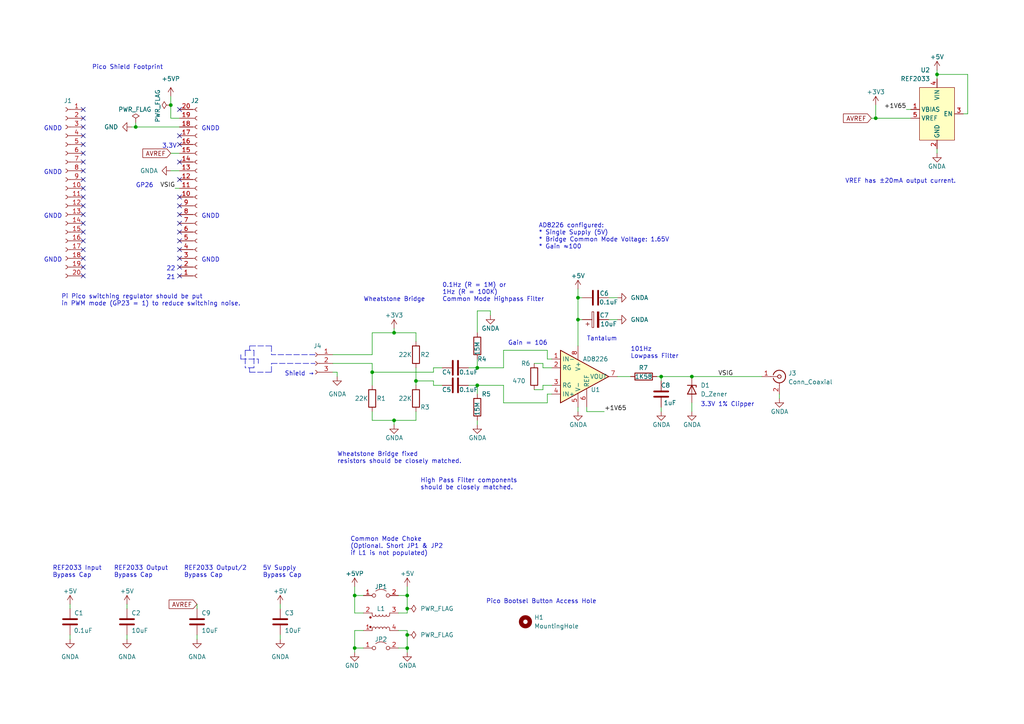
<source format=kicad_sch>
(kicad_sch (version 20211123) (generator eeschema)
  (paper "A4")
  (lib_symbols
    (symbol "Connector:Conn_01x03_Female" (pin_names (offset 1.016) hide)
      (property "Reference" "J" (at 0 5.08 0))
      (property "Value" "Conn_01x03_Female" (at 0 -5.08 0))
      (symbol "Conn_01x03_Female_1_1"
        (arc (start 0 -2.032) (mid -0.508 -2.54) (end 0 -3.048) (stroke (width 0.1524)))
        (polyline (pts (xy -1.27 -2.54) (xy -0.508 -2.54)) (stroke (width 0.1524)))
        (polyline (pts (xy -1.27 0) (xy -0.508 0)) (stroke (width 0.1524)))
        (polyline (pts (xy -1.27 2.54) (xy -0.508 2.54)) (stroke (width 0.1524)))
        (arc (start 0 0.508) (mid -0.508 0) (end 0 -0.508) (stroke (width 0.1524)))
        (arc (start 0 3.048) (mid -0.508 2.54) (end 0 2.032) (stroke (width 0.1524)))
        (pin passive line (at -5.08 2.54 0) (length 3.81) (name "Pin_1") (number "1"))
        (pin passive line (at -5.08 0 0) (length 3.81) (name "Pin_2") (number "2"))
        (pin passive line (at -5.08 -2.54 0) (length 3.81) (name "Pin_3") (number "3"))
      )
    )
    (symbol "Connector:Conn_01x20_Female" (pin_names (offset 1.016) hide)
      (property "Reference" "J" (at 0 25.4 0))
      (property "Value" "Conn_01x20_Female" (at 0 -27.94 0))
      (symbol "Conn_01x20_Female_1_1"
        (arc (start 0 -24.892) (mid -0.508 -25.4) (end 0 -25.908) (stroke (width 0.1524)))
        (arc (start 0 -22.352) (mid -0.508 -22.86) (end 0 -23.368) (stroke (width 0.1524)))
        (arc (start 0 -19.812) (mid -0.508 -20.32) (end 0 -20.828) (stroke (width 0.1524)))
        (arc (start 0 -17.272) (mid -0.508 -17.78) (end 0 -18.288) (stroke (width 0.1524)))
        (arc (start 0 -14.732) (mid -0.508 -15.24) (end 0 -15.748) (stroke (width 0.1524)))
        (arc (start 0 -12.192) (mid -0.508 -12.7) (end 0 -13.208) (stroke (width 0.1524)))
        (arc (start 0 -9.652) (mid -0.508 -10.16) (end 0 -10.668) (stroke (width 0.1524)))
        (arc (start 0 -7.112) (mid -0.508 -7.62) (end 0 -8.128) (stroke (width 0.1524)))
        (arc (start 0 -4.572) (mid -0.508 -5.08) (end 0 -5.588) (stroke (width 0.1524)))
        (arc (start 0 -2.032) (mid -0.508 -2.54) (end 0 -3.048) (stroke (width 0.1524)))
        (polyline (pts (xy -1.27 -25.4) (xy -0.508 -25.4)) (stroke (width 0.1524)))
        (polyline (pts (xy -1.27 -22.86) (xy -0.508 -22.86)) (stroke (width 0.1524)))
        (polyline (pts (xy -1.27 -20.32) (xy -0.508 -20.32)) (stroke (width 0.1524)))
        (polyline (pts (xy -1.27 -17.78) (xy -0.508 -17.78)) (stroke (width 0.1524)))
        (polyline (pts (xy -1.27 -15.24) (xy -0.508 -15.24)) (stroke (width 0.1524)))
        (polyline (pts (xy -1.27 -12.7) (xy -0.508 -12.7)) (stroke (width 0.1524)))
        (polyline (pts (xy -1.27 -10.16) (xy -0.508 -10.16)) (stroke (width 0.1524)))
        (polyline (pts (xy -1.27 -7.62) (xy -0.508 -7.62)) (stroke (width 0.1524)))
        (polyline (pts (xy -1.27 -5.08) (xy -0.508 -5.08)) (stroke (width 0.1524)))
        (polyline (pts (xy -1.27 -2.54) (xy -0.508 -2.54)) (stroke (width 0.1524)))
        (polyline (pts (xy -1.27 0) (xy -0.508 0)) (stroke (width 0.1524)))
        (polyline (pts (xy -1.27 2.54) (xy -0.508 2.54)) (stroke (width 0.1524)))
        (polyline (pts (xy -1.27 5.08) (xy -0.508 5.08)) (stroke (width 0.1524)))
        (polyline (pts (xy -1.27 7.62) (xy -0.508 7.62)) (stroke (width 0.1524)))
        (polyline (pts (xy -1.27 10.16) (xy -0.508 10.16)) (stroke (width 0.1524)))
        (polyline (pts (xy -1.27 12.7) (xy -0.508 12.7)) (stroke (width 0.1524)))
        (polyline (pts (xy -1.27 15.24) (xy -0.508 15.24)) (stroke (width 0.1524)))
        (polyline (pts (xy -1.27 17.78) (xy -0.508 17.78)) (stroke (width 0.1524)))
        (polyline (pts (xy -1.27 20.32) (xy -0.508 20.32)) (stroke (width 0.1524)))
        (polyline (pts (xy -1.27 22.86) (xy -0.508 22.86)) (stroke (width 0.1524)))
        (arc (start 0 0.508) (mid -0.508 0) (end 0 -0.508) (stroke (width 0.1524)))
        (arc (start 0 3.048) (mid -0.508 2.54) (end 0 2.032) (stroke (width 0.1524)))
        (arc (start 0 5.588) (mid -0.508 5.08) (end 0 4.572) (stroke (width 0.1524)))
        (arc (start 0 8.128) (mid -0.508 7.62) (end 0 7.112) (stroke (width 0.1524)))
        (arc (start 0 10.668) (mid -0.508 10.16) (end 0 9.652) (stroke (width 0.1524)))
        (arc (start 0 13.208) (mid -0.508 12.7) (end 0 12.192) (stroke (width 0.1524)))
        (arc (start 0 15.748) (mid -0.508 15.24) (end 0 14.732) (stroke (width 0.1524)))
        (arc (start 0 18.288) (mid -0.508 17.78) (end 0 17.272) (stroke (width 0.1524)))
        (arc (start 0 20.828) (mid -0.508 20.32) (end 0 19.812) (stroke (width 0.1524)))
        (arc (start 0 23.368) (mid -0.508 22.86) (end 0 22.352) (stroke (width 0.1524)))
        (pin passive line (at -5.08 22.86 0) (length 3.81) (name "Pin_1") (number "1"))
        (pin passive line (at -5.08 0 0) (length 3.81) (name "Pin_10") (number "10"))
        (pin passive line (at -5.08 -2.54 0) (length 3.81) (name "Pin_11") (number "11"))
        (pin passive line (at -5.08 -5.08 0) (length 3.81) (name "Pin_12") (number "12"))
        (pin passive line (at -5.08 -7.62 0) (length 3.81) (name "Pin_13") (number "13"))
        (pin passive line (at -5.08 -10.16 0) (length 3.81) (name "Pin_14") (number "14"))
        (pin passive line (at -5.08 -12.7 0) (length 3.81) (name "Pin_15") (number "15"))
        (pin passive line (at -5.08 -15.24 0) (length 3.81) (name "Pin_16") (number "16"))
        (pin passive line (at -5.08 -17.78 0) (length 3.81) (name "Pin_17") (number "17"))
        (pin passive line (at -5.08 -20.32 0) (length 3.81) (name "Pin_18") (number "18"))
        (pin passive line (at -5.08 -22.86 0) (length 3.81) (name "Pin_19") (number "19"))
        (pin passive line (at -5.08 20.32 0) (length 3.81) (name "Pin_2") (number "2"))
        (pin passive line (at -5.08 -25.4 0) (length 3.81) (name "Pin_20") (number "20"))
        (pin passive line (at -5.08 17.78 0) (length 3.81) (name "Pin_3") (number "3"))
        (pin passive line (at -5.08 15.24 0) (length 3.81) (name "Pin_4") (number "4"))
        (pin passive line (at -5.08 12.7 0) (length 3.81) (name "Pin_5") (number "5"))
        (pin passive line (at -5.08 10.16 0) (length 3.81) (name "Pin_6") (number "6"))
        (pin passive line (at -5.08 7.62 0) (length 3.81) (name "Pin_7") (number "7"))
        (pin passive line (at -5.08 5.08 0) (length 3.81) (name "Pin_8") (number "8"))
        (pin passive line (at -5.08 2.54 0) (length 3.81) (name "Pin_9") (number "9"))
      )
    )
    (symbol "Connector:Conn_Coaxial" (pin_names (offset 1.016) hide)
      (property "Reference" "J" (at 0.254 3.048 0))
      (property "Value" "Conn_Coaxial" (at 2.921 0 90))
      (symbol "Conn_Coaxial_0_1"
        (arc (start -1.778 -0.508) (mid 0.2311 -1.8066) (end 1.778 0) (stroke (width 0.254)))
        (polyline (pts (xy -2.54 0) (xy -0.508 0)))
        (polyline (pts (xy 0 -2.54) (xy 0 -1.778)))
        (circle (center 0 0) (radius 0.508) (stroke (width 0.2032)))
        (arc (start 1.778 0) (mid 0.2099 1.8101) (end -1.778 0.508) (stroke (width 0.254)))
      )
      (symbol "Conn_Coaxial_1_1"
        (pin passive line (at -5.08 0 0) (length 2.54) (name "In") (number "1"))
        (pin passive line (at 0 -5.08 90) (length 2.54) (name "Ext") (number "2"))
      )
    )
    (symbol "Device:C" (pin_numbers hide) (pin_names (offset 0.254))
      (property "Reference" "C" (at 0.635 2.54 0))
      (property "Value" "C" (at 0.635 -2.54 0))
      (symbol "C_0_1"
        (polyline (pts (xy -2.032 -0.762) (xy 2.032 -0.762)) (stroke (width 0.508)))
        (polyline (pts (xy -2.032 0.762) (xy 2.032 0.762)) (stroke (width 0.508)))
      )
      (symbol "C_1_1"
        (pin passive line (at 0 3.81 270) (length 2.794) (name "~") (number "1"))
        (pin passive line (at 0 -3.81 90) (length 2.794) (name "~") (number "2"))
      )
    )
    (symbol "Device:C_Polarized" (pin_numbers hide) (pin_names (offset 0.254))
      (property "Reference" "C" (at 0.635 2.54 0))
      (property "Value" "C_Polarized" (at 0.635 -2.54 0))
      (symbol "C_Polarized_0_1"
        (rectangle (start -2.286 0.508) (end 2.286 1.016))
        (polyline (pts (xy -1.778 2.286) (xy -0.762 2.286)))
        (polyline (pts (xy -1.27 2.794) (xy -1.27 1.778)))
        (rectangle (start 2.286 -0.508) (end -2.286 -1.016) (fill (type outline)))
      )
      (symbol "C_Polarized_1_1"
        (pin passive line (at 0 3.81 270) (length 2.794) (name "~") (number "1"))
        (pin passive line (at 0 -3.81 90) (length 2.794) (name "~") (number "2"))
      )
    )
    (symbol "Device:D_Zener" (pin_numbers hide) (pin_names (offset 1.016) hide)
      (property "Reference" "D" (at 0 2.54 0))
      (property "Value" "D_Zener" (at 0 -2.54 0))
      (symbol "D_Zener_0_1"
        (polyline (pts (xy 1.27 0) (xy -1.27 0)))
        (polyline (pts (xy -1.27 -1.27) (xy -1.27 1.27) (xy -0.762 1.27)) (stroke (width 0.254)))
        (polyline (pts (xy 1.27 -1.27) (xy 1.27 1.27) (xy -1.27 0) (xy 1.27 -1.27)) (stroke (width 0.254)))
      )
      (symbol "D_Zener_1_1"
        (pin passive line (at -3.81 0 0) (length 2.54) (name "K") (number "1"))
        (pin passive line (at 3.81 0 180) (length 2.54) (name "A") (number "2"))
      )
    )
    (symbol "Device:L_Coupled_1423" (pin_names (offset 0.254) hide)
      (property "Reference" "L" (at 0 4.445 0))
      (property "Value" "L_Coupled_1423" (at 0 -4.445 0))
      (symbol "L_Coupled_1423_0_1"
        (circle (center -3.048 -1.27) (radius 0.254) (fill (type outline)))
        (circle (center -3.048 1.524) (radius 0.254) (fill (type outline)))
        (arc (start -2.54 2.032) (mid -2.032 1.524) (end -1.524 2.032))
        (arc (start -1.524 -2.032) (mid -2.032 -1.524) (end -2.54 -2.032))
        (arc (start -1.524 2.032) (mid -1.016 1.524) (end -0.508 2.032))
        (arc (start -0.508 -2.032) (mid -1.016 -1.524) (end -1.524 -2.032))
        (arc (start -0.508 2.032) (mid 0 1.524) (end 0.508 2.032))
        (polyline (pts (xy -2.54 -2.032) (xy -2.54 -2.54)))
        (polyline (pts (xy -2.54 2.032) (xy -2.54 2.54)))
        (polyline (pts (xy 2.54 -2.032) (xy 2.54 -2.54)))
        (polyline (pts (xy 2.54 2.54) (xy 2.54 2.032)))
        (arc (start 0.508 -2.032) (mid 0 -1.524) (end -0.508 -2.032))
        (arc (start 0.508 2.032) (mid 1.016 1.524) (end 1.524 2.032))
        (arc (start 1.524 -2.032) (mid 1.016 -1.524) (end 0.508 -2.032))
        (arc (start 1.524 2.032) (mid 2.032 1.524) (end 2.54 2.032))
        (arc (start 2.54 -2.032) (mid 2.032 -1.524) (end 1.524 -2.032))
      )
      (symbol "L_Coupled_1423_1_1"
        (pin passive line (at -5.08 2.54 0) (length 2.54) (name "1") (number "1"))
        (pin passive line (at -5.08 -2.54 0) (length 2.54) (name "2") (number "2"))
        (pin passive line (at 5.08 -2.54 180) (length 2.54) (name "3") (number "3"))
        (pin passive line (at 5.08 2.54 180) (length 2.54) (name "4") (number "4"))
      )
    )
    (symbol "Device:R" (pin_numbers hide) (pin_names (offset 0))
      (property "Reference" "R" (at 2.032 0 90))
      (property "Value" "R" (at 0 0 90))
      (symbol "R_0_1"
        (rectangle (start -1.016 -2.54) (end 1.016 2.54) (stroke (width 0.254)))
      )
      (symbol "R_1_1"
        (pin passive line (at 0 3.81 270) (length 1.27) (name "~") (number "1"))
        (pin passive line (at 0 -3.81 90) (length 1.27) (name "~") (number "2"))
      )
    )
    (symbol "Jumper:Jumper_2_Open" (pin_names (offset 0) hide)
      (property "Reference" "JP" (at 0 2.794 0))
      (property "Value" "Jumper_2_Open" (at 0 -2.286 0))
      (symbol "Jumper_2_Open_0_0"
        (circle (center -2.032 0) (radius 0.508))
        (circle (center 2.032 0) (radius 0.508))
      )
      (symbol "Jumper_2_Open_0_1"
        (arc (start 1.524 1.27) (mid 0 1.778) (end -1.524 1.27))
      )
      (symbol "Jumper_2_Open_1_1"
        (pin passive line (at -5.08 0 0) (length 2.54) (name "A") (number "1"))
        (pin passive line (at 5.08 0 180) (length 2.54) (name "B") (number "2"))
      )
    )
    (symbol "Mechanical:MountingHole" (pin_names (offset 1.016))
      (property "Reference" "H" (at 0 5.08 0))
      (property "Value" "MountingHole" (at 0 3.175 0))
      (symbol "MountingHole_0_1"
        (circle (center 0 0) (radius 1.27) (stroke (width 1.27)))
      )
    )
    (symbol "machine_agency_components:AD8226" (pin_names (offset 0.5))
      (property "Reference" "U" (at 3.81 3.81 0))
      (property "Value" "AD8226" (at 3.81 -3.81 0))
      (symbol "AD8226_0_1"
        (polyline (pts (xy 8.89 0) (xy -5.08 7.62) (xy -5.08 -7.62) (xy 8.89 0)) (stroke (width 0.254)) (fill (type background)))
      )
      (symbol "AD8226_1_1"
        (pin input line (at -7.62 5.08 0) (length 2.54) (name "IN-") (number "1"))
        (pin passive line (at -7.62 2.54 0) (length 2.54) (name "RG") (number "2"))
        (pin passive line (at -7.62 -2.54 0) (length 2.54) (name "RG") (number "3"))
        (pin input line (at -7.62 -5.08 0) (length 2.54) (name "IN+") (number "4"))
        (pin power_in line (at 0 -8.89 90) (length 4) (name "V-") (number "5"))
        (pin input line (at 2.54 -8.89 90) (length 5.3) (name "REF") (number "6"))
        (pin output line (at 11.43 0 180) (length 2.54) (name "VOUT") (number "7"))
        (pin power_in line (at 0 8.89 270) (length 4) (name "V+") (number "8"))
      )
    )
    (symbol "machine_agency_components:REF20xx"
      (property "Reference" "U" (at -3.81 8.89 0))
      (property "Value" "REF20xx" (at 5.08 8.89 0))
      (symbol "REF20xx_0_1"
        (rectangle (start -5.08 -7.62) (end 5.08 7.62) (fill (type background)))
      )
      (symbol "REF20xx_1_1"
        (pin power_out line (at 7.62 1.27 180) (length 2.54) (name "VBIAS") (number "1"))
        (pin power_in line (at 0 -10.16 90) (length 2.54) (name "GND") (number "2"))
        (pin input line (at -7.62 0 0) (length 2.54) (name "EN") (number "3"))
        (pin power_in line (at 0 10.16 270) (length 2.54) (name "VIN") (number "4"))
        (pin power_out line (at 7.62 -1.27 180) (length 2.54) (name "VREF") (number "5"))
      )
    )
    (symbol "power:+3V3" (power) (pin_names (offset 0))
      (property "Value" "+3V3" (at 0 3.556 0))
      (symbol "+3V3_0_1"
        (polyline (pts (xy -0.762 1.27) (xy 0 2.54)))
        (polyline (pts (xy 0 0) (xy 0 2.54)))
        (polyline (pts (xy 0 2.54) (xy 0.762 1.27)))
      )
      (symbol "+3V3_1_1"
        (pin power_in line (at 0 0 90) (length 0) hide (name "+3V3") (number "1"))
      )
    )
    (symbol "power:+5V" (power) (pin_names (offset 0))
      (property "Value" "+5V" (at 0 3.556 0))
      (symbol "+5V_0_1"
        (polyline (pts (xy -0.762 1.27) (xy 0 2.54)))
        (polyline (pts (xy 0 0) (xy 0 2.54)))
        (polyline (pts (xy 0 2.54) (xy 0.762 1.27)))
      )
      (symbol "+5V_1_1"
        (pin power_in line (at 0 0 90) (length 0) hide (name "+5V") (number "1"))
      )
    )
    (symbol "power:+5VP" (power) (pin_names (offset 0))
      (property "Value" "+5VP" (at 0 3.556 0))
      (symbol "+5VP_0_1"
        (polyline (pts (xy -0.762 1.27) (xy 0 2.54)))
        (polyline (pts (xy 0 0) (xy 0 2.54)))
        (polyline (pts (xy 0 2.54) (xy 0.762 1.27)))
      )
      (symbol "+5VP_1_1"
        (pin power_in line (at 0 0 90) (length 0) hide (name "+5VP") (number "1"))
      )
    )
    (symbol "power:GND" (power) (pin_names (offset 0))
      (property "Value" "GND" (at 0 -3.81 0))
      (symbol "GND_0_1"
        (polyline (pts (xy 0 0) (xy 0 -1.27) (xy 1.27 -1.27) (xy 0 -2.54) (xy -1.27 -1.27) (xy 0 -1.27)))
      )
      (symbol "GND_1_1"
        (pin power_in line (at 0 0 270) (length 0) hide (name "GND") (number "1"))
      )
    )
    (symbol "power:GNDA" (power) (pin_names (offset 0))
      (property "Value" "GNDA" (at 0 -3.81 0))
      (symbol "GNDA_0_1"
        (polyline (pts (xy 0 0) (xy 0 -1.27) (xy 1.27 -1.27) (xy 0 -2.54) (xy -1.27 -1.27) (xy 0 -1.27)))
      )
      (symbol "GNDA_1_1"
        (pin power_in line (at 0 0 270) (length 0) hide (name "GNDA") (number "1"))
      )
    )
    (symbol "power:PWR_FLAG" (power) (pin_numbers hide) (pin_names (offset 0) hide)
      (property "Value" "PWR_FLAG" (at 0 3.81 0))
      (symbol "PWR_FLAG_0_0"
        (pin power_out line (at 0 0 90) (length 0) (name "pwr") (number "1"))
      )
      (symbol "PWR_FLAG_0_1"
        (polyline (pts (xy 0 0) (xy 0 1.27) (xy -1.016 1.905) (xy 0 2.54) (xy 1.016 1.905) (xy 0 1.27)))
      )
    )
  )
  (junction (at 138.43 111.76))
  (junction (at 102.87 172.72))
  (junction (at 118.11 172.72))
  (junction (at 138.43 106.68))
  (junction (at 191.77 109.22))
  (junction (at 254 34.29))
  (junction (at 118.11 184.15))
  (junction (at 271.78 21.59))
  (junction (at 200.66 109.22))
  (junction (at 118.11 187.96))
  (junction (at 107.95 107.95))
  (junction (at 114.3 96.52))
  (junction (at 118.11 176.53))
  (junction (at 49.53 30.48))
  (junction (at 114.3 121.92))
  (junction (at 167.64 86.36))
  (junction (at 102.87 187.96))
  (junction (at 120.65 110.49))
  (junction (at 39.37 36.83))
  (junction (at 167.64 92.71))
  (no_connect (at 24.13 77.47))
  (no_connect (at 24.13 54.61))
  (no_connect (at 52.07 67.31))
  (no_connect (at 24.13 46.99))
  (no_connect (at 52.07 59.69))
  (no_connect (at 24.13 41.91))
  (no_connect (at 24.13 34.29))
  (no_connect (at 24.13 36.83))
  (no_connect (at 24.13 39.37))
  (no_connect (at 52.07 46.99))
  (no_connect (at 24.13 44.45))
  (no_connect (at 24.13 80.01))
  (no_connect (at 52.07 31.75))
  (no_connect (at 24.13 62.23))
  (no_connect (at 52.07 62.23))
  (no_connect (at 52.07 74.93))
  (no_connect (at 24.13 74.93))
  (no_connect (at 24.13 49.53))
  (no_connect (at 24.13 67.31))
  (no_connect (at 24.13 57.15))
  (no_connect (at 52.07 72.39))
  (no_connect (at 52.07 52.07))
  (no_connect (at 52.07 64.77))
  (no_connect (at 24.13 59.69))
  (no_connect (at 52.07 57.15))
  (no_connect (at 24.13 31.75))
  (no_connect (at 24.13 69.85))
  (no_connect (at 24.13 52.07))
  (no_connect (at 52.07 69.85))
  (no_connect (at 52.07 80.01))
  (no_connect (at 52.07 39.37))
  (no_connect (at 24.13 72.39))
  (no_connect (at 52.07 41.91))
  (no_connect (at 52.07 77.47))
  (no_connect (at 24.13 64.77))
  (wire (pts (xy 118.11 172.72) (xy 118.11 176.53)))
  (wire (pts (xy 96.52 107.95) (xy 97.79 107.95)))
  (wire (pts (xy 146.05 101.6) (xy 158.75 101.6)))
  (wire (pts (xy 107.95 105.41) (xy 107.95 107.95)))
  (wire (pts (xy 118.11 184.15) (xy 118.11 182.88)))
  (wire (pts (xy 125.73 107.95) (xy 125.73 106.68)))
  (wire (pts (xy 125.73 111.76) (xy 128.27 111.76)))
  (wire (pts (xy 158.75 101.6) (xy 158.75 104.14)))
  (wire (pts (xy 20.32 184.15) (xy 20.32 185.42)))
  (wire (pts (xy 167.64 118.11) (xy 167.64 119.38)))
  (wire (pts (xy 125.73 110.49) (xy 125.73 111.76)))
  (wire (pts (xy 81.28 184.15) (xy 81.28 185.42)))
  (wire (pts (xy 154.94 113.03) (xy 157.48 113.03)))
  (wire (pts (xy 49.53 27.94) (xy 49.53 30.48)))
  (wire (pts (xy 107.95 96.52) (xy 114.3 96.52)))
  (wire (pts (xy 115.57 187.96) (xy 118.11 187.96)))
  (wire (pts (xy 200.66 109.22) (xy 220.98 109.22)))
  (wire (pts (xy 39.37 35.56) (xy 39.37 36.83)))
  (wire (pts (xy 115.57 182.88) (xy 118.11 182.88)))
  (polyline (pts (xy 78.74 105.41) (xy 91.44 105.41)))
  (polyline (pts (xy 74.93 104.14) (xy 74.93 105.41)))
  (wire (pts (xy 138.43 111.76) (xy 146.05 111.76)))
  (polyline (pts (xy 71.12 101.6) (xy 71.12 106.68)))
  (wire (pts (xy 271.78 43.18) (xy 271.78 44.45)))
  (wire (pts (xy 138.43 106.68) (xy 146.05 106.68)))
  (wire (pts (xy 102.87 187.96) (xy 102.87 182.88)))
  (wire (pts (xy 107.95 121.92) (xy 114.3 121.92)))
  (wire (pts (xy 146.05 106.68) (xy 146.05 101.6)))
  (wire (pts (xy 167.64 86.36) (xy 167.64 92.71)))
  (wire (pts (xy 107.95 107.95) (xy 107.95 111.76)))
  (wire (pts (xy 107.95 96.52) (xy 107.95 102.87)))
  (wire (pts (xy 114.3 121.92) (xy 114.3 123.19)))
  (wire (pts (xy 135.89 106.68) (xy 138.43 106.68)))
  (wire (pts (xy 115.57 177.8) (xy 118.11 177.8)))
  (wire (pts (xy 120.65 110.49) (xy 125.73 110.49)))
  (wire (pts (xy 158.75 114.3) (xy 158.75 116.84)))
  (wire (pts (xy 118.11 176.53) (xy 118.11 177.8)))
  (wire (pts (xy 49.53 49.53) (xy 52.07 49.53)))
  (wire (pts (xy 50.8 54.61) (xy 52.07 54.61)))
  (wire (pts (xy 102.87 172.72) (xy 102.87 177.8)))
  (wire (pts (xy 118.11 189.23) (xy 118.11 187.96)))
  (wire (pts (xy 102.87 187.96) (xy 105.41 187.96)))
  (wire (pts (xy 57.15 184.15) (xy 57.15 185.42)))
  (wire (pts (xy 191.77 109.22) (xy 200.66 109.22)))
  (wire (pts (xy 138.43 121.92) (xy 138.43 123.19)))
  (wire (pts (xy 157.48 105.41) (xy 154.94 105.41)))
  (wire (pts (xy 114.3 96.52) (xy 120.65 96.52)))
  (wire (pts (xy 107.95 119.38) (xy 107.95 121.92)))
  (wire (pts (xy 167.64 100.33) (xy 167.64 92.71)))
  (wire (pts (xy 125.73 106.68) (xy 128.27 106.68)))
  (polyline (pts (xy 72.39 107.95) (xy 78.74 107.95)))
  (wire (pts (xy 81.28 175.26) (xy 81.28 176.53)))
  (wire (pts (xy 191.77 109.22) (xy 190.5 109.22)))
  (wire (pts (xy 167.64 92.71) (xy 168.91 92.71)))
  (wire (pts (xy 176.53 86.36) (xy 179.07 86.36)))
  (wire (pts (xy 36.83 175.26) (xy 36.83 176.53)))
  (wire (pts (xy 39.37 36.83) (xy 38.1 36.83)))
  (polyline (pts (xy 69.85 104.14) (xy 74.93 104.14)))
  (wire (pts (xy 120.65 96.52) (xy 120.65 99.06)))
  (wire (pts (xy 226.06 114.3) (xy 226.06 115.57)))
  (wire (pts (xy 107.95 105.41) (xy 96.52 105.41)))
  (wire (pts (xy 118.11 170.18) (xy 118.11 172.72)))
  (wire (pts (xy 280.67 33.02) (xy 280.67 21.59)))
  (wire (pts (xy 114.3 96.52) (xy 114.3 95.25)))
  (wire (pts (xy 97.79 107.95) (xy 97.79 109.22)))
  (wire (pts (xy 146.05 116.84) (xy 146.05 111.76)))
  (wire (pts (xy 102.87 172.72) (xy 105.41 172.72)))
  (polyline (pts (xy 72.39 106.68) (xy 72.39 107.95)))
  (wire (pts (xy 200.66 116.84) (xy 200.66 119.38)))
  (wire (pts (xy 254 34.29) (xy 252.73 34.29)))
  (wire (pts (xy 120.65 110.49) (xy 120.65 111.76)))
  (wire (pts (xy 120.65 119.38) (xy 120.65 121.92)))
  (wire (pts (xy 115.57 172.72) (xy 118.11 172.72)))
  (wire (pts (xy 157.48 113.03) (xy 157.48 111.76)))
  (wire (pts (xy 138.43 106.68) (xy 138.43 104.14)))
  (wire (pts (xy 157.48 106.68) (xy 157.48 105.41)))
  (wire (pts (xy 102.87 182.88) (xy 105.41 182.88)))
  (wire (pts (xy 179.07 109.22) (xy 182.88 109.22)))
  (wire (pts (xy 167.64 83.82) (xy 167.64 86.36)))
  (wire (pts (xy 158.75 116.84) (xy 146.05 116.84)))
  (polyline (pts (xy 69.85 102.87) (xy 69.85 104.14)))
  (wire (pts (xy 279.4 33.02) (xy 280.67 33.02)))
  (polyline (pts (xy 78.74 107.95) (xy 78.74 105.41)))
  (wire (pts (xy 138.43 111.76) (xy 138.43 114.3)))
  (wire (pts (xy 254 30.48) (xy 254 34.29)))
  (polyline (pts (xy 73.66 101.6) (xy 73.66 106.68)))
  (wire (pts (xy 107.95 102.87) (xy 96.52 102.87)))
  (polyline (pts (xy 73.66 106.68) (xy 71.12 106.68)))
  (wire (pts (xy 138.43 90.17) (xy 142.24 90.17)))
  (wire (pts (xy 138.43 90.17) (xy 138.43 96.52)))
  (polyline (pts (xy 78.74 100.33) (xy 72.39 100.33)))
  (wire (pts (xy 280.67 21.59) (xy 271.78 21.59)))
  (wire (pts (xy 52.07 34.29) (xy 49.53 34.29)))
  (wire (pts (xy 168.91 86.36) (xy 167.64 86.36)))
  (wire (pts (xy 120.65 106.68) (xy 120.65 110.49)))
  (polyline (pts (xy 91.44 102.87) (xy 78.74 102.87)))
  (wire (pts (xy 271.78 20.32) (xy 271.78 21.59)))
  (wire (pts (xy 114.3 121.92) (xy 120.65 121.92)))
  (wire (pts (xy 49.53 44.45) (xy 52.07 44.45)))
  (wire (pts (xy 160.02 114.3) (xy 158.75 114.3)))
  (wire (pts (xy 20.32 175.26) (xy 20.32 176.53)))
  (wire (pts (xy 102.87 177.8) (xy 105.41 177.8)))
  (wire (pts (xy 36.83 184.15) (xy 36.83 185.42)))
  (wire (pts (xy 157.48 111.76) (xy 160.02 111.76)))
  (polyline (pts (xy 78.74 100.33) (xy 78.74 102.87)))
  (wire (pts (xy 102.87 189.23) (xy 102.87 187.96)))
  (wire (pts (xy 39.37 36.83) (xy 52.07 36.83)))
  (polyline (pts (xy 72.39 100.33) (xy 72.39 101.6)))
  (wire (pts (xy 49.53 30.48) (xy 49.53 34.29)))
  (wire (pts (xy 191.77 110.49) (xy 191.77 109.22)))
  (wire (pts (xy 158.75 104.14) (xy 160.02 104.14)))
  (wire (pts (xy 142.24 90.17) (xy 142.24 91.44)))
  (wire (pts (xy 191.77 118.11) (xy 191.77 119.38)))
  (wire (pts (xy 271.78 21.59) (xy 271.78 22.86)))
  (wire (pts (xy 170.18 119.38) (xy 175.26 119.38)))
  (wire (pts (xy 135.89 111.76) (xy 138.43 111.76)))
  (wire (pts (xy 264.16 31.75) (xy 262.89 31.75)))
  (polyline (pts (xy 71.12 101.6) (xy 73.66 101.6)))
  (wire (pts (xy 176.53 92.71) (xy 179.07 92.71)))
  (wire (pts (xy 102.87 170.18) (xy 102.87 172.72)))
  (wire (pts (xy 264.16 34.29) (xy 254 34.29)))
  (wire (pts (xy 170.18 118.11) (xy 170.18 119.38)))
  (wire (pts (xy 118.11 187.96) (xy 118.11 184.15)))
  (wire (pts (xy 160.02 106.68) (xy 157.48 106.68)))
  (wire (pts (xy 57.15 175.26) (xy 57.15 176.53)))
  (wire (pts (xy 107.95 107.95) (xy 125.73 107.95)))
  (text "GP26" (at 39.37 54.61 0) (effects (font (size 1.27 1.27)) (justify left bottom)))
  (text "Wheatstone Bridge" (at 105.41 87.63 0) (effects (font (size 1.27 1.27)) (justify left bottom)))
  (text "REF2033 Input\nBypass Cap" (at 15.24 167.64 0) (effects (font (size 1.27 1.27)) (justify left bottom)))
  (text "REF2033 Output/2\nBypass Cap" (at 53.34 167.64 0) (effects (font (size 1.27 1.27)) (justify left bottom)))
  (text "GNDD" (at 12.7 63.5 0) (effects (font (size 1.27 1.27)) (justify left bottom)))
  (text "GNDD" (at 58.42 63.5 0) (effects (font (size 1.27 1.27)) (justify left bottom)))
  (text "GNDD" (at 58.42 76.2 0) (effects (font (size 1.27 1.27)) (justify left bottom)))
  (text "101Hz \nLowpass Filter" (at 182.88 104.14 0) (effects (font (size 1.27 1.27)) (justify left bottom)))
  (text "GNDD" (at 58.42 38.1 0) (effects (font (size 1.27 1.27)) (justify left bottom)))
  (text "Gain = 106" (at 147.32 100.33 0) (effects (font (size 1.27 1.27)) (justify left bottom)))
  (text "Pi Pico switching regulator should be put\nin PWM mode (GP23 = 1) to reduce switching noise." (at 17.78 88.9 0) (effects (font (size 1.27 1.27)) (justify left bottom)))
  (text "Tantalum" (at 170.18 99.06 0) (effects (font (size 1.27 1.27)) (justify left bottom)))
  (text "Pico Shield Footprint" (at 26.67 20.32 0) (effects (font (size 1.27 1.27)) (justify left bottom)))
  (text "High Pass Filter components\nshould be closely matched." (at 121.92 142.24 0) (effects (font (size 1.27 1.27)) (justify left bottom)))
  (text "Wheatstone Bridge fixed\nresistors should be closely matched." (at 97.79 134.62 0) (effects (font (size 1.27 1.27)) (justify left bottom)))
  (text "22" (at 48.26 78.74 0) (effects (font (size 1.27 1.27)) (justify left bottom)))
  (text "VREF has ±20mA output current." (at 245.11 53.34 0) (effects (font (size 1.27 1.27)) (justify left bottom)))
  (text "3.3V 1% Clipper" (at 203.2 118.11 0) (effects (font (size 1.27 1.27)) (justify left bottom)))
  (text "Shield →" (at 82.55 109.22 0) (effects (font (size 1.27 1.27)) (justify left bottom)))
  (text "REF2033 Output\nBypass Cap" (at 33.02 167.64 0) (effects (font (size 1.27 1.27)) (justify left bottom)))
  (text "AD8226 configured:\n* Single Supply (5V)\n* Bridge Common Mode Voltage: 1.65V\n* Gain ≈100" (at 156.21 72.39 0) (effects (font (size 1.27 1.27)) (justify left bottom)))
  (text "21" (at 48.26 81.28 0) (effects (font (size 1.27 1.27)) (justify left bottom)))
  (text "Common Mode Choke\n(Optional. Short JP1 & JP2 \nif L1 is not populated)" (at 101.6 161.29 0) (effects (font (size 1.27 1.27)) (justify left bottom)))
  (text "0.1Hz (R = 1M) or \n1Hz (R = 100K)\nCommon Mode Highpass Filter" (at 128.27 87.63 0) (effects (font (size 1.27 1.27)) (justify left bottom)))
  (text "GNDD" (at 12.7 38.1 0) (effects (font (size 1.27 1.27)) (justify left bottom)))
  (text "Pico Bootsel Button Access Hole" (at 140.97 175.26 0) (effects (font (size 1.27 1.27)) (justify left bottom)))
  (text "GNDD" (at 12.7 76.2 0) (effects (font (size 1.27 1.27)) (justify left bottom)))
  (text "5V Supply\nBypass Cap" (at 76.2 167.64 0) (effects (font (size 1.27 1.27)) (justify left bottom)))
  (text "3.3V" (at 46.99 43.18 0) (effects (font (size 1.27 1.27)) (justify left bottom)))
  (text "GNDD" (at 12.7 50.8 0) (effects (font (size 1.27 1.27)) (justify left bottom)))
  (label "+1V65" (at 262.89 31.75 180))
  (label "VSIG" (at 50.8 54.61 180))
  (label "VSIG" (at 208.28 109.22 0))
  (label "+1V65" (at 175.26 119.38 0))
  (global_label "AVREF" (shape input) (at 252.73 34.29 180) (property "Intersheet References" "${INTERSHEET_REFS}" (effects hide)))
  (global_label "AVREF" (shape input) (at 57.15 175.26 180) (property "Intersheet References" "${INTERSHEET_REFS}" (effects hide)))
  (global_label "AVREF" (shape input) (at 49.53 44.45 180) (property "Intersheet References" "${INTERSHEET_REFS}" (effects hide)))
  (symbol (lib_id "power:+5V") (at 271.78 20.32 0) (mirror y) (unit 1)
    (property "Reference" "#PWR027" (effects hide))
    (property "Value" "+5V" (at 271.78 16.51 0))
  )
  (symbol (lib_id "power:GNDA") (at 57.15 185.42 0) (unit 1)
    (property "Reference" "#PWR030" (effects hide))
    (property "Value" "GNDA" (at 57.15 190.5 0))
  )
  (symbol (lib_id "Device:R") (at 138.43 100.33 0) (mirror x) (unit 1)
    (property "Reference" "R4" (at 138.43 104.14 0) (effects (justify left)))
    (property "Value" "15M" (at 138.43 99.06 90) (effects (justify left)))
    (property "Footprint" "Resistor_SMD:R_1206_3216Metric" (effects hide))
    (property "Link" "https://www.digikey.com/en/products/detail/vishay-techno/CRMA1206AF15M0FKEF/13998654" (effects hide))
    (property "Manufacturer Number" "CRMA1206AF15M0FKEF" (effects hide))
    (property "Manufacturer" "Vishay Dale" (effects hide))
    (property "Tolerance" "1%" (effects hide))
  )
  (symbol (lib_id "power:+5V") (at 167.64 83.82 0) (unit 1)
    (property "Reference" "#PWR019" (effects hide))
    (property "Value" "+5V" (at 167.64 80.01 0))
  )
  (symbol (lib_id "power:GNDA") (at 114.3 123.19 0) (unit 1)
    (property "Reference" "#PWR014" (effects hide))
    (property "Value" "GNDA" (at 111.76 127 0) (effects (justify left)))
  )
  (symbol (lib_id "Connector:Conn_01x03_Female") (at 91.44 105.41 0) (mirror y) (unit 1)
    (property "Reference" "J4" (at 92.075 100.33 0))
    (property "Value" "Conn_01x03_Female" (effects hide))
    (property "Footprint" "Connector_Phoenix_MC:PhoenixContact_MC_1,5_3-G-3.5_1x03_P3.50mm_Horizontal" (effects hide))
    (property "Datasheet" "https://www.phoenixcontact.com/product/pdf/api/v1/MTg0NDIyMw?_realm=us&_locale=en-US&blocks=commercial-data%2Ctechnical-data%2Cdrawings%2Capprovals%2Cclassifications%2Cenvironmental-compliance-data%2Call-accessories" (effects hide))
    (property "Link" "https://www.digikey.com/en/products/detail/phoenix-contact/1844223/349196" (effects hide))
    (property "Manufacturer" "Phoenix Contact" (effects hide))
    (property "Manufacturer Number" "1844223" (effects hide))
    (property "Notes" "Mates with 1840379" (effects hide))
  )
  (symbol (lib_id "Connector:Conn_01x20_Female") (at 19.05 54.61 0) (mirror y) (unit 1)
    (property "Reference" "J1" (at 19.685 29.21 0))
    (property "Value" "Conn_01x20_Female" (effects hide))
    (property "Footprint" "Connector_PinHeader_2.54mm:PinHeader_1x20_P2.54mm_Vertical" (effects hide))
    (property "Link" "n/a" (effects hide))
    (property "Manufacturer" "n/a" (effects hide))
    (property "Manufacturer Number" "n/a" (effects hide))
  )
  (symbol (lib_id "Device:C_Polarized") (at 172.72 92.71 90) (unit 1)
    (property "Reference" "C7" (at 175.26 91.44 90))
    (property "Value" "10uF" (at 176.53 93.98 90))
    (property "Footprint" "Capacitor_SMD:C_0805_2012Metric_Pad1.18x1.45mm_HandSolder" (effects hide))
    (property "Datasheet" "https://datasheets.kyocera-avx.com/F98-AS1.pdf" (effects hide))
    (property "Link" "https://www.digikey.com/en/products/detail/kyocera-avx/F981C106MSAAS1/4990380" (effects hide))
    (property "Manufacturer" "KYOCERA AVX" (effects hide))
    (property "Manufacturer Number" "F981C106MSAAS1" (effects hide))
  )
  (symbol (lib_id "power:+5V") (at 36.83 175.26 0) (mirror y) (unit 1)
    (property "Reference" "#PWR03" (effects hide))
    (property "Value" "+5V" (at 36.83 171.45 0))
  )
  (symbol (lib_id "power:GND") (at 102.87 189.23 0) (unit 1)
    (property "Reference" "#PWR012" (effects hide))
    (property "Value" "GND" (at 104.14 193.04 0) (effects (justify right)))
  )
  (symbol (lib_id "Device:C") (at 57.15 180.34 0) (unit 1)
    (property "Reference" "C9" (at 58.42 177.8 0) (effects (justify left)))
    (property "Value" "10uF" (at 58.42 182.88 0) (effects (justify left)))
    (property "Footprint" "Resistor_SMD:R_0603_1608Metric" (effects hide))
    (property "Datasheet" "https://search.murata.co.jp/Ceramy/image/img/A01X/G101/ENG/GRM188R61E106KA73-01A.pdf" (effects hide))
    (property "Link" "https://www.digikey.com/en/products/detail/murata-electronics/GRM188R61E106KA73J/9887674" (effects hide))
    (property "Manufacturer Number" "GRM188R61E106KA73J" (effects hide))
    (property "Manufacturer" "Murata Electronics" (effects hide))
    (property "Tolerance" "10%" (effects hide))
    (property "Voltage" "25V" (effects hide))
  )
  (symbol (lib_id "power:GNDA") (at 179.07 86.36 90) (unit 1)
    (property "Reference" "#PWR021" (effects hide))
    (property "Value" "GNDA" (at 182.88 86.3599 90) (effects (justify right)))
  )
  (symbol (lib_id "power:+5V") (at 118.11 170.18 0) (mirror y) (unit 1)
    (property "Reference" "#PWR015" (effects hide))
    (property "Value" "+5V" (at 118.11 166.37 0))
  )
  (symbol (lib_id "power:PWR_FLAG") (at 118.11 176.53 270) (unit 1)
    (property "Reference" "#FLG03" (effects hide))
    (property "Value" "PWR_FLAG" (at 121.92 176.53 90) (effects (justify left)))
  )
  (symbol (lib_id "power:GNDA") (at 179.07 92.71 90) (unit 1)
    (property "Reference" "#PWR022" (effects hide))
    (property "Value" "GNDA" (at 182.88 92.7099 90) (effects (justify right)))
  )
  (symbol (lib_id "Device:C") (at 132.08 106.68 90) (mirror x) (unit 1)
    (property "Reference" "C4" (at 129.54 107.95 90))
    (property "Value" "0.1uF" (at 135.89 107.95 90))
    (property "Footprint" "Capacitor_SMD:C_1206_3216Metric" (effects hide))
    (property "Link" "https://www.digikey.com/en/products/detail/murata-electronics/GCM31C5C1H104FA16L/11618865" (effects hide))
    (property "Manufacturer" "Murata Electronics" (effects hide))
    (property "Manufacturer Number" "GCM31C5C1H104FA16L" (effects hide))
    (property "Tolerance" "1%" (effects hide))
  )
  (symbol (lib_id "power:GND") (at 38.1 36.83 270) (unit 1)
    (property "Reference" "#PWR05" (effects hide))
    (property "Value" "GND" (at 34.29 36.83 90) (effects (justify right)))
  )
  (symbol (lib_id "power:+5VP") (at 102.87 170.18 0) (unit 1)
    (property "Reference" "#PWR011" (effects hide))
    (property "Value" "+5VP" (at 102.87 166.37 0))
  )
  (symbol (lib_id "Jumper:Jumper_2_Open") (at 110.49 172.72 0) (unit 1)
    (property "Reference" "JP1" (at 110.49 170.18 0))
    (property "Value" "Jumper_2_Open" (effects hide))
    (property "Footprint" "Jumper:SolderJumper-2_P1.3mm_Open_RoundedPad1.0x1.5mm" (effects hide))
    (property "Link" "n/a" (effects hide))
    (property "Manufacturer" "n/a" (effects hide))
    (property "Manufacturer Number" "n/a" (effects hide))
  )
  (symbol (lib_id "power:+5V") (at 20.32 175.26 0) (mirror y) (unit 1)
    (property "Reference" "#PWR01" (effects hide))
    (property "Value" "+5V" (at 20.32 171.45 0))
  )
  (symbol (lib_id "Device:C") (at 36.83 180.34 0) (unit 1)
    (property "Reference" "C2" (at 38.1 177.8 0) (effects (justify left)))
    (property "Value" "10uF" (at 38.1 182.88 0) (effects (justify left)))
    (property "Footprint" "Resistor_SMD:R_0603_1608Metric" (effects hide))
    (property "Datasheet" "https://search.murata.co.jp/Ceramy/image/img/A01X/G101/ENG/GRM188R61E106KA73-01A.pdf" (effects hide))
    (property "Link" "https://www.digikey.com/en/products/detail/murata-electronics/GRM188R61E106KA73J/9887674" (effects hide))
    (property "Manufacturer Number" "GRM188R61E106KA73J" (effects hide))
    (property "Manufacturer" "Murata Electronics" (effects hide))
    (property "Tolerance" "10%" (effects hide))
    (property "Voltage" "25V" (effects hide))
  )
  (symbol (lib_id "Device:D_Zener") (at 200.66 113.03 270) (unit 1)
    (property "Reference" "D1" (at 203.2 111.7599 90) (effects (justify left)))
    (property "Value" "D_Zener" (at 203.2 114.2999 90) (effects (justify left)))
    (property "Footprint" "Diode_SMD:D_SOD-323" (effects hide))
    (property "Manufacturer Number" "https://www.digikey.com/en/products/detail/nexperia-usa-inc/BZX384-A3V3-QX/17295760" (effects hide))
    (property "Manufacturer" "Nexperia" (effects hide))
    (property "Link" "https://www.digikey.com/en/products/detail/nexperia-usa-inc/BZX384-A3V3-QX/17295760" (effects hide))
    (property "Tolerance" "1%" (effects hide))
  )
  (symbol (lib_id "power:GNDA") (at 271.78 44.45 0) (mirror y) (unit 1)
    (property "Reference" "#PWR028" (effects hide))
    (property "Value" "GNDA" (at 274.32 48.26 0) (effects (justify left)))
  )
  (symbol (lib_id "Device:R") (at 107.95 115.57 0) (unit 1)
    (property "Reference" "R1" (at 109.22 115.57 0) (effects (justify left)))
    (property "Value" "22K" (at 102.87 115.57 0) (effects (justify left)))
    (property "Footprint" "Resistor_SMD:R_0603_1608Metric" (effects hide))
    (property "Datasheet" "https://industrial.panasonic.com/cdbs/www-data/pdf/RDM0000/AOA0000C307.pdf" (effects hide))
    (property "Link" "https://www.digikey.com/en/products/detail/panasonic-electronic-components/ERA-3AEB223V/1465886" (effects hide))
    (property "Manufacturer" "Panasonic Electronic Components" (effects hide))
    (property "Manufacturer Number" "ERA-3AEB223V" (effects hide))
    (property "Tolerance" "0.1%" (effects hide))
  )
  (symbol (lib_id "power:+5VP") (at 49.53 27.94 0) (unit 1)
    (property "Reference" "#PWR06" (effects hide))
    (property "Value" "+5VP" (at 49.53 22.86 0))
  )
  (symbol (lib_id "Mechanical:MountingHole") (at 152.4 180.34 0) (unit 1)
    (property "Reference" "H1" (at 154.94 179.0699 0) (effects (justify left)))
    (property "Value" "MountingHole" (at 154.94 181.6099 0) (effects (justify left)))
    (property "Footprint" "MountingHole:MountingHole_2.7mm" (effects hide))
    (property "Link" "n/a" (effects hide))
    (property "Manufacturer" "n/a" (effects hide))
    (property "Manufacturer Number" "n/a" (effects hide))
  )
  (symbol (lib_id "Connector:Conn_Coaxial") (at 226.06 109.22 0) (unit 1)
    (property "Reference" "J3" (at 228.6 108.2431 0) (effects (justify left)))
    (property "Value" "Conn_Coaxial" (at 228.6 110.7831 0) (effects (justify left)))
    (property "Footprint" "Connector_Coaxial:SMA_Samtec_SMA-J-P-X-ST-EM1_EdgeMount" (effects hide))
    (property "Datasheet" "https://www.rfsolutions.co.uk/downloads/64c2488bcdc38551DS-CON-EDGE-SMA-5.pdf" (effects hide))
    (property "Link" "https://www.digikey.com/en/products/detail/rf-solutions/CON-SMA-EDGE-S/5845767" (effects hide))
    (property "Manufacturer Number" "CON-SMA-EDGE-S" (effects hide))
    (property "Manufacturer" "RF Solutions" (effects hide))
  )
  (symbol (lib_id "power:GNDA") (at 167.64 119.38 0) (unit 1)
    (property "Reference" "#PWR020" (effects hide))
    (property "Value" "GNDA" (at 165.1 123.19 0) (effects (justify left)))
  )
  (symbol (lib_id "power:GNDA") (at 191.77 119.38 0) (unit 1)
    (property "Reference" "#PWR023" (effects hide))
    (property "Value" "GNDA" (at 189.23 123.19 0) (effects (justify left)))
  )
  (symbol (lib_id "Device:C") (at 191.77 114.3 0) (unit 1)
    (property "Reference" "C8" (at 193.04 111.76 0))
    (property "Value" "1uF" (at 194.31 116.84 0))
    (property "Footprint" "Capacitor_SMD:C_0402_1005Metric_Pad0.74x0.62mm_HandSolder" (effects hide))
    (property "Link" "https://www.digikey.com/en/products/detail/samsung-electro-mechanics/CL05A105KO5NNNC/3886725" (effects hide))
    (property "Manufacturer" "Samsung Electro-Mechanics" (effects hide))
    (property "Manufacturer Number" "CL05A105KO5NNNC" (effects hide))
  )
  (symbol (lib_id "Device:R") (at 138.43 118.11 0) (unit 1)
    (property "Reference" "R5" (at 139.7 114.3 0) (effects (justify left)))
    (property "Value" "15M" (at 138.43 120.65 90) (effects (justify left)))
    (property "Footprint" "Resistor_SMD:R_1206_3216Metric" (effects hide))
    (property "Link" "https://www.digikey.com/en/products/detail/vishay-techno/CRMA1206AF15M0FKEF/13998654" (effects hide))
    (property "Manufacturer Number" "CRMA1206AF15M0FKEF" (effects hide))
    (property "Manufacturer" "Vishay Dale" (effects hide))
    (property "Tolerance" "1%" (effects hide))
  )
  (symbol (lib_id "Device:C") (at 20.32 180.34 0) (mirror x) (unit 1)
    (property "Reference" "C1" (at 22.86 177.8 0))
    (property "Value" "0.1uF" (at 24.13 182.88 0))
    (property "Footprint" "Capacitor_SMD:C_0402_1005Metric_Pad0.74x0.62mm_HandSolder" (effects hide))
    (property "Datasheet" "https://media.digikey.com/pdf/Data%20Sheets/Samsung%20PDFs/CL05B104KA5NNNC_Spec.pdf" (effects hide))
    (property "Link" "https://www.digikey.com/en/products/detail/samsung-electro-mechanics/CL05B104KA5NNNC/5961204" (effects hide))
    (property "Manufacturer" "Samsung Electro-Mechanics" (effects hide))
    (property "Manufacturer Number" "CL05B104KA5NNNC" (effects hide))
    (property "Tolerance" "10%" (effects hide))
    (property "Voltage" "25V" (effects hide))
  )
  (symbol (lib_id "Device:C") (at 172.72 86.36 90) (unit 1)
    (property "Reference" "C6" (at 175.26 85.09 90))
    (property "Value" "0.1uF" (at 176.53 87.63 90))
    (property "Footprint" "Capacitor_SMD:C_0402_1005Metric_Pad0.74x0.62mm_HandSolder" (effects hide))
    (property "Datasheet" "https://media.digikey.com/pdf/Data%20Sheets/Samsung%20PDFs/CL05B104KA5NNNC_Spec.pdf" (effects hide))
    (property "Link" "https://www.digikey.com/en/products/detail/samsung-electro-mechanics/CL05B104KA5NNNC/5961204" (effects hide))
    (property "Manufacturer" "Samsung Electro-Mechanics" (effects hide))
    (property "Manufacturer Number" "CL05B104KA5NNNC" (effects hide))
    (property "Tolerance" "10%" (effects hide))
    (property "Voltage" "25V" (effects hide))
  )
  (symbol (lib_id "Jumper:Jumper_2_Open") (at 110.49 187.96 0) (unit 1)
    (property "Reference" "JP2" (at 110.49 185.42 0))
    (property "Value" "Jumper_2_Open" (effects hide))
    (property "Footprint" "Jumper:SolderJumper-2_P1.3mm_Open_RoundedPad1.0x1.5mm" (effects hide))
    (property "Link" "n/a" (effects hide))
    (property "Manufacturer" "n/a" (effects hide))
    (property "Manufacturer Number" "n/a" (effects hide))
  )
  (symbol (lib_id "machine_agency_components:AD8226") (at 167.64 109.22 0) (unit 1)
    (property "Reference" "U1" (at 172.72 113.03 0))
    (property "Value" "AD8226" (at 172.72 104.14 0))
    (property "Footprint" "Package_SO:MSOP-8_3x3mm_P0.65mm" (effects hide))
    (property "Datasheet" "https://www.analog.com/media/en/technical-documentation/data-sheets/AD8226.pdf" (effects hide))
    (property "Link" "https://www.digikey.com/en/products/detail/analog-devices-inc/AD8226BRMZ-R7/2182230" (effects hide))
  )
  (symbol (lib_id "power:GNDA") (at 142.24 91.44 0) (mirror y) (unit 1)
    (property "Reference" "#PWR018" (effects hide))
    (property "Value" "GNDA" (at 142.24 95.25 0))
  )
  (symbol (lib_id "power:+3V3") (at 114.3 95.25 0) (unit 1)
    (property "Reference" "#PWR013" (effects hide))
    (property "Value" "+3V3" (at 114.3 91.44 0))
  )
  (symbol (lib_id "power:+3V3") (at 254 30.48 0) (mirror y) (unit 1)
    (property "Reference" "#PWR026" (effects hide))
    (property "Value" "+3V3" (at 254 26.67 0))
  )
  (symbol (lib_id "power:GNDA") (at 200.66 119.38 0) (unit 1)
    (property "Reference" "#PWR024" (effects hide))
    (property "Value" "GNDA" (at 198.12 123.19 0) (effects (justify left)))
  )
  (symbol (lib_id "power:GNDA") (at 81.28 185.42 0) (unit 1)
    (property "Reference" "#PWR09" (effects hide))
    (property "Value" "GNDA" (at 81.28 190.5 0))
  )
  (symbol (lib_id "Connector:Conn_01x20_Female") (at 57.15 57.15 0) (mirror x) (unit 1)
    (property "Reference" "J2" (at 56.515 29.21 0))
    (property "Value" "Conn_01x20_Female" (effects hide))
    (property "Footprint" "Connector_PinHeader_2.54mm:PinHeader_1x20_P2.54mm_Vertical" (effects hide))
    (property "Link" "n/a" (effects hide))
    (property "Manufacturer" "n/a" (effects hide))
    (property "Manufacturer Number" "n/a" (effects hide))
  )
  (symbol (lib_id "Device:C") (at 81.28 180.34 0) (unit 1)
    (property "Reference" "C3" (at 82.55 177.8 0) (effects (justify left)))
    (property "Value" "10uF" (at 82.55 182.88 0) (effects (justify left)))
    (property "Footprint" "Resistor_SMD:R_0603_1608Metric" (effects hide))
    (property "Datasheet" "https://search.murata.co.jp/Ceramy/image/img/A01X/G101/ENG/GRM188R61E106KA73-01A.pdf" (effects hide))
    (property "Link" "https://www.digikey.com/en/products/detail/murata-electronics/GRM188R61E106KA73J/9887674" (effects hide))
    (property "Manufacturer Number" "GRM188R61E106KA73J" (effects hide))
    (property "Manufacturer" "Murata Electronics" (effects hide))
    (property "Tolerance" "10%" (effects hide))
    (property "Voltage" "25V" (effects hide))
  )
  (symbol (lib_id "Device:R") (at 154.94 109.22 0) (unit 1)
    (property "Reference" "R6" (at 151.13 105.41 0) (effects (justify left)))
    (property "Value" "470" (at 148.59 110.49 0) (effects (justify left)))
    (property "Footprint" "Resistor_SMD:R_0603_1608Metric" (effects hide))
    (property "Datasheet" "https://www.yageo.com/upload/media/product/productsearch/datasheet/rchip/PYu-RT_1-to-0.01_RoHS_L_15.pdf" (effects hide))
    (property "Manufacturer Number" "RT0603BRD07470RL" (effects hide))
    (property "Link" "https://www.digikey.com/en/products/detail/yageo/RT0603BRD07470RL/1072540" (effects hide))
    (property "Manufacturer" "Yageo" (effects hide))
    (property "Tolerance" "0.1%" (effects hide))
  )
  (symbol (lib_id "power:GNDA") (at 36.83 185.42 0) (unit 1)
    (property "Reference" "#PWR04" (effects hide))
    (property "Value" "GNDA" (at 36.83 190.5 0))
  )
  (symbol (lib_id "power:GNDA") (at 118.11 189.23 0) (unit 1)
    (property "Reference" "#PWR016" (effects hide))
    (property "Value" "GNDA" (at 115.57 193.04 0) (effects (justify left)))
  )
  (symbol (lib_id "Device:R") (at 120.65 115.57 0) (unit 1)
    (property "Reference" "R3" (at 121.92 118.11 0) (effects (justify left)))
    (property "Value" "22K" (at 115.57 115.57 0) (effects (justify left)))
    (property "Footprint" "Resistor_SMD:R_0603_1608Metric" (effects hide))
    (property "Datasheet" "https://industrial.panasonic.com/cdbs/www-data/pdf/RDM0000/AOA0000C307.pdf" (effects hide))
    (property "Link" "https://www.digikey.com/en/products/detail/panasonic-electronic-components/ERA-3AEB223V/1465886" (effects hide))
    (property "Manufacturer" "Panasonic Electronic Components" (effects hide))
    (property "Manufacturer Number" "ERA-3AEB223V" (effects hide))
    (property "Tolerance" "0.1%" (effects hide))
  )
  (symbol (lib_id "machine_agency_components:REF20xx") (at 271.78 33.02 0) (mirror y) (unit 1)
    (property "Reference" "U2" (at 269.7606 20.32 0) (effects (justify left)))
    (property "Value" "REF2033" (at 269.7606 22.86 0) (effects (justify left)))
    (property "Footprint" "Package_TO_SOT_SMD:SOT-23-5" (effects hide))
    (property "Datasheet" "https://www.ti.com/lit/ds/symlink/ref20-q1.pdf" (effects hide))
    (property "Link" "https://www.digikey.com/en/products/detail/texas-instruments/REF2033QDDCRQ1/15926650" (effects hide))
    (property "Manufacturer" "Texas Instruments" (effects hide))
    (property "Manufacturer Number" "REF2033QDDCRQ1" (effects hide))
  )
  (symbol (lib_id "Device:R") (at 120.65 102.87 0) (unit 1)
    (property "Reference" "R2" (at 121.92 102.87 0) (effects (justify left)))
    (property "Value" "22K" (at 115.57 102.87 0) (effects (justify left)))
    (property "Footprint" "Resistor_SMD:R_0603_1608Metric" (effects hide))
    (property "Datasheet" "https://industrial.panasonic.com/cdbs/www-data/pdf/RDM0000/AOA0000C307.pdf" (effects hide))
    (property "Link" "https://www.digikey.com/en/products/detail/panasonic-electronic-components/ERA-3AEB223V/1465886" (effects hide))
    (property "Manufacturer" "Panasonic Electronic Components" (effects hide))
    (property "Manufacturer Number" "ERA-3AEB223V" (effects hide))
    (property "Tolerance" "0.1%" (effects hide))
  )
  (symbol (lib_id "power:PWR_FLAG") (at 49.53 30.48 90) (unit 1)
    (property "Reference" "#FLG02" (effects hide))
    (property "Value" "PWR_FLAG" (at 45.72 35.56 0) (effects (justify left)))
  )
  (symbol (lib_id "power:GNDA") (at 138.43 123.19 0) (unit 1)
    (property "Reference" "#PWR017" (effects hide))
    (property "Value" "GNDA" (at 135.89 127 0) (effects (justify left)))
  )
  (symbol (lib_id "power:+5V") (at 81.28 175.26 0) (mirror y) (unit 1)
    (property "Reference" "#PWR08" (effects hide))
    (property "Value" "+5V" (at 81.28 171.45 0))
  )
  (symbol (lib_id "Device:L_Coupled_1423") (at 110.49 180.34 0) (mirror x) (unit 1)
    (property "Reference" "L1" (at 110.49 176.53 0))
    (property "Value" "L_Coupled_1423" (effects hide))
    (property "Footprint" "machine_agency_components:L_CommonModeChoke_TDKCorporation_1210" (effects hide))
    (property "Datasheet" "https://product.tdk.com/en/system/files?file=dam/doc/product/emc/emc/cmf_cmc/catalog/cmf_commercial_power_acp3225_en.pdf" (effects hide))
    (property "Link" "https://www.digikey.ca/en/products/detail/tdk-corporation/ACP3225-102-2P-T000/3024970" (effects hide))
    (property "Manufacturer" "TDK Corporation" (effects hide))
    (property "Manufacturer Number" "ACP3225-102-2P-T000" (effects hide))
  )
  (symbol (lib_id "power:PWR_FLAG") (at 118.11 184.15 270) (unit 1)
    (property "Reference" "#FLG04" (effects hide))
    (property "Value" "PWR_FLAG" (at 121.92 184.15 90) (effects (justify left)))
  )
  (symbol (lib_id "power:GNDA") (at 20.32 185.42 0) (unit 1)
    (property "Reference" "#PWR02" (effects hide))
    (property "Value" "GNDA" (at 20.32 190.5 0))
  )
  (symbol (lib_id "Device:R") (at 186.69 109.22 90) (unit 1)
    (property "Reference" "R7" (at 187.96 106.68 90) (effects (justify left)))
    (property "Value" "1K58" (at 189.23 109.22 90) (effects (justify left)))
    (property "Footprint" "Resistor_SMD:R_0603_1608Metric" (effects hide))
    (property "Datasheet" "https://industrial.panasonic.com/cdbs/www-data/pdf/RDM0000/AOA0000C307.pdf" (effects hide))
    (property "Link" "https://www.digikey.com/en/products/detail/panasonic-electronic-components/ERA-3AEB1581V/2026764" (effects hide))
    (property "Manufacturer" "Panasonic Electronic Components" (effects hide))
    (property "Manufacturer Number" "ERA-3AEB1581V" (effects hide))
    (property "Tolerance" "0.1%" (effects hide))
  )
  (symbol (lib_id "power:PWR_FLAG") (at 39.37 35.56 0) (unit 1)
    (property "Reference" "#FLG01" (effects hide))
    (property "Value" "PWR_FLAG" (at 34.29 31.75 0) (effects (justify left)))
  )
  (symbol (lib_id "power:GNDA") (at 97.79 109.22 0) (unit 1)
    (property "Reference" "#PWR010" (effects hide))
    (property "Value" "GNDA" (at 95.25 114.3 0) (effects (justify left)))
  )
  (symbol (lib_id "power:GNDA") (at 226.06 115.57 0) (unit 1)
    (property "Reference" "#PWR025" (effects hide))
    (property "Value" "GNDA" (at 223.52 119.38 0) (effects (justify left)))
  )
  (symbol (lib_id "power:GNDA") (at 49.53 49.53 270) (unit 1)
    (property "Reference" "#PWR07" (effects hide))
    (property "Value" "GNDA" (at 40.64 49.53 90) (effects (justify left)))
  )
  (symbol (lib_id "Device:C") (at 132.08 111.76 90) (unit 1)
    (property "Reference" "C5" (at 129.54 113.03 90))
    (property "Value" "0.1uF" (at 135.89 113.03 90))
    (property "Footprint" "Capacitor_SMD:C_1206_3216Metric" (effects hide))
    (property "Link" "https://www.digikey.com/en/products/detail/murata-electronics/GCM31C5C1H104FA16L/11618865" (effects hide))
    (property "Manufacturer" "Murata Electronics" (effects hide))
    (property "Manufacturer Number" "GCM31C5C1H104FA16L" (effects hide))
    (property "Tolerance" "1%" (effects hide))
  )
)
</source>
